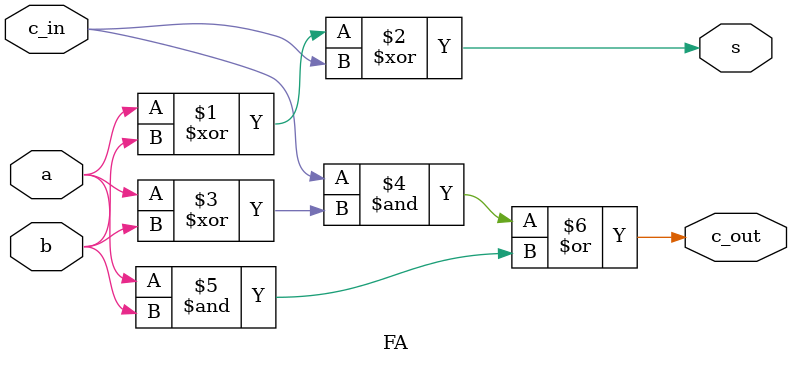
<source format=v>
`timescale 1ns / 1ps

module FA(
    input a,b,c_in,
    output s,c_out
    );
    assign s=(a^b)^c_in;
    assign c_out=(c_in&(a^b))|(a&b);
endmodule

</source>
